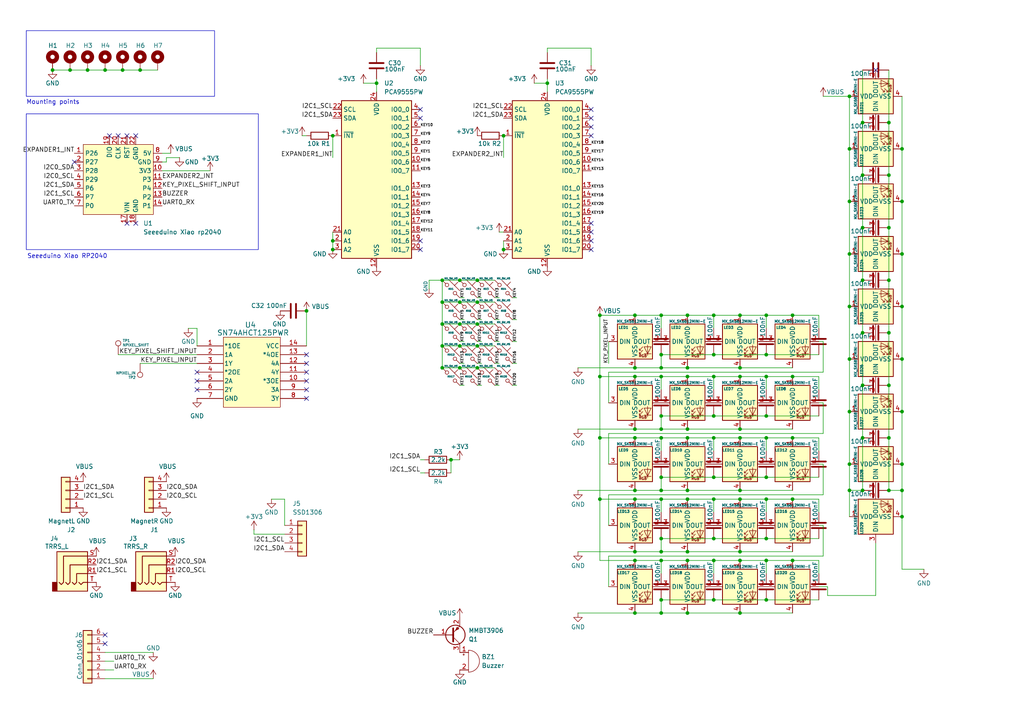
<source format=kicad_sch>
(kicad_sch (version 20231120) (generator "eeschema") (generator_version "8.0")
  (paper "A4")
  (junction (at 138.43 81.28))
  (junction (at 184.15 91.44))
  (junction (at 191.77 160.02))
  (junction (at 133.35 100.33))
  (junction (at 214.63 144.78))
  (junction (at 191.77 156.21))
  (junction (at 250.19 96.52))
  (junction (at 191.77 124.46))
  (junction (at 138.43 106.68))
  (junction (at 250.19 35.56))
  (junction (at 214.63 106.68))
  (junction (at 222.25 138.43))
  (junction (at 207.01 144.78))
  (junction (at 246.38 119.38))
  (junction (at 261.62 58.42))
  (junction (at 191.77 144.78))
  (junction (at 207.01 127))
  (junction (at 222.25 109.22))
  (junction (at 214.63 160.02))
  (junction (at 222.25 144.78))
  (junction (at 214.63 124.46))
  (junction (at 191.77 120.65))
  (junction (at 261.62 43.18))
  (junction (at 246.38 88.9))
  (junction (at 199.39 91.44))
  (junction (at 214.63 127))
  (junction (at 128.27 106.68))
  (junction (at 257.81 111.76))
  (junction (at 199.39 106.68))
  (junction (at 191.77 127))
  (junction (at 173.99 109.22))
  (junction (at 88.9 90.17))
  (junction (at 173.99 127))
  (junction (at 199.39 127))
  (junction (at 246.38 142.24))
  (junction (at 229.87 127))
  (junction (at 191.77 177.8))
  (junction (at 191.77 138.43))
  (junction (at 261.62 119.38))
  (junction (at 184.15 160.02))
  (junction (at 229.87 109.22))
  (junction (at 184.15 106.68))
  (junction (at 261.62 104.14))
  (junction (at 191.77 106.68))
  (junction (at 40.64 20.32))
  (junction (at 96.52 72.39))
  (junction (at 128.27 100.33))
  (junction (at 250.19 127))
  (junction (at 222.25 91.44))
  (junction (at 199.39 177.8))
  (junction (at 207.01 173.99))
  (junction (at 214.63 177.8))
  (junction (at 261.62 134.62))
  (junction (at 246.38 27.94))
  (junction (at 15.24 20.32))
  (junction (at 257.81 35.56))
  (junction (at 257.81 81.28))
  (junction (at 229.87 144.78))
  (junction (at 214.63 162.56))
  (junction (at 207.01 120.65))
  (junction (at 138.43 100.33))
  (junction (at 222.25 120.65))
  (junction (at 207.01 156.21))
  (junction (at 246.38 43.18))
  (junction (at 250.19 81.28))
  (junction (at 214.63 142.24))
  (junction (at 138.43 93.98))
  (junction (at 35.56 20.32))
  (junction (at 261.62 88.9))
  (junction (at 173.99 91.44))
  (junction (at 130.81 133.35))
  (junction (at 133.35 106.68))
  (junction (at 199.39 144.78))
  (junction (at 128.27 93.98))
  (junction (at 191.77 162.56))
  (junction (at 222.25 162.56))
  (junction (at 191.77 109.22))
  (junction (at 257.81 66.04))
  (junction (at 250.19 50.8))
  (junction (at 246.38 104.14))
  (junction (at 25.4 20.32))
  (junction (at 133.35 81.28))
  (junction (at 257.81 127))
  (junction (at 250.19 111.76))
  (junction (at 207.01 138.43))
  (junction (at 229.87 91.44))
  (junction (at 257.81 142.24))
  (junction (at 207.01 162.56))
  (junction (at 184.15 109.22))
  (junction (at 214.63 109.22))
  (junction (at 250.19 142.24))
  (junction (at 246.38 58.42))
  (junction (at 222.25 173.99))
  (junction (at 214.63 91.44))
  (junction (at 158.75 24.13))
  (junction (at 138.43 87.63))
  (junction (at 133.35 93.98))
  (junction (at 133.35 87.63))
  (junction (at 191.77 173.99))
  (junction (at 191.77 102.87))
  (junction (at 146.05 72.39))
  (junction (at 30.48 20.32))
  (junction (at 199.39 142.24))
  (junction (at 261.62 149.86))
  (junction (at 207.01 109.22))
  (junction (at 184.15 142.24))
  (junction (at 257.81 50.8))
  (junction (at 257.81 96.52))
  (junction (at 261.62 142.24))
  (junction (at 246.38 134.62))
  (junction (at 199.39 109.22))
  (junction (at 199.39 162.56))
  (junction (at 207.01 91.44))
  (junction (at 184.15 144.78))
  (junction (at 128.27 81.28))
  (junction (at 261.62 73.66))
  (junction (at 222.25 156.21))
  (junction (at 146.05 39.37))
  (junction (at 222.25 127))
  (junction (at 207.01 102.87))
  (junction (at 184.15 177.8))
  (junction (at 199.39 160.02))
  (junction (at 96.52 69.85))
  (junction (at 109.22 24.13))
  (junction (at 20.32 20.32))
  (junction (at 191.77 91.44))
  (junction (at 191.77 142.24))
  (junction (at 184.15 127))
  (junction (at 96.52 39.37))
  (junction (at 184.15 124.46))
  (junction (at 229.87 162.56))
  (junction (at 222.25 102.87))
  (junction (at 250.19 66.04))
  (junction (at 173.99 144.78))
  (junction (at 199.39 124.46))
  (junction (at 246.38 73.66))
  (junction (at 184.15 162.56))
  (junction (at 128.27 87.63))
  (no_connect (at 171.45 69.85))
  (no_connect (at 36.83 64.77))
  (no_connect (at 88.9 110.49))
  (no_connect (at 121.92 69.85))
  (no_connect (at 36.83 39.37))
  (no_connect (at 121.92 72.39))
  (no_connect (at 88.9 113.03))
  (no_connect (at 88.9 115.57))
  (no_connect (at 21.59 46.99))
  (no_connect (at 57.15 107.95))
  (no_connect (at 30.48 184.15))
  (no_connect (at 57.15 113.03))
  (no_connect (at 88.9 107.95))
  (no_connect (at 171.45 34.29))
  (no_connect (at 39.37 39.37))
  (no_connect (at 171.45 72.39))
  (no_connect (at 121.92 31.75))
  (no_connect (at 34.29 39.37))
  (no_connect (at 171.45 36.83))
  (no_connect (at 31.75 39.37))
  (no_connect (at 88.9 105.41))
  (no_connect (at 121.92 34.29))
  (no_connect (at 171.45 31.75))
  (no_connect (at 171.45 67.31))
  (no_connect (at 254 20.32))
  (no_connect (at 171.45 64.77))
  (no_connect (at 171.45 39.37))
  (no_connect (at 57.15 110.49))
  (no_connect (at 39.37 64.77))
  (no_connect (at 30.48 186.69))
  (no_connect (at 88.9 102.87))
  (wire (pts (xy 257.81 127) (xy 257.81 142.24)))
  (wire (pts (xy 158.75 13.97) (xy 158.75 15.24)))
  (wire (pts (xy 87.63 39.37) (xy 88.9 39.37)))
  (wire (pts (xy 199.39 160.02) (xy 214.63 160.02)))
  (wire (pts (xy 167.64 177.8) (xy 184.15 177.8)))
  (wire (pts (xy 237.49 166.37) (xy 237.49 162.56)))
  (wire (pts (xy 261.62 119.38) (xy 261.62 134.62)))
  (wire (pts (xy 139.7 105.41) (xy 138.43 105.41)))
  (wire (pts (xy 207.01 144.78) (xy 214.63 144.78)))
  (wire (pts (xy 207.01 120.65) (xy 222.25 120.65)))
  (wire (pts (xy 257.81 66.04) (xy 257.81 81.28)))
  (wire (pts (xy 173.99 109.22) (xy 184.15 109.22)))
  (wire (pts (xy 144.78 99.06) (xy 143.51 99.06)))
  (wire (pts (xy 138.43 81.28) (xy 143.51 81.28)))
  (wire (pts (xy 222.25 102.87) (xy 237.49 102.87)))
  (wire (pts (xy 191.77 91.44) (xy 184.15 91.44)))
  (wire (pts (xy 250.19 50.8) (xy 250.19 66.04)))
  (wire (pts (xy 191.77 156.21) (xy 207.01 156.21)))
  (wire (pts (xy 49.53 44.45) (xy 46.99 44.45)))
  (wire (pts (xy 246.38 88.9) (xy 246.38 104.14)))
  (wire (pts (xy 261.62 73.66) (xy 261.62 88.9)))
  (wire (pts (xy 149.86 99.06) (xy 148.59 99.06)))
  (wire (pts (xy 250.19 111.76) (xy 250.19 127)))
  (wire (pts (xy 246.38 43.18) (xy 246.38 58.42)))
  (wire (pts (xy 144.78 67.31) (xy 146.05 67.31)))
  (wire (pts (xy 207.01 127) (xy 199.39 127)))
  (wire (pts (xy 191.77 113.03) (xy 191.77 109.22)))
  (wire (pts (xy 173.99 91.44) (xy 173.99 109.22)))
  (wire (pts (xy 158.75 24.13) (xy 158.75 26.67)))
  (wire (pts (xy 238.76 143.51) (xy 238.76 134.62)))
  (wire (pts (xy 238.76 161.29) (xy 176.53 161.29)))
  (wire (pts (xy 146.05 39.37) (xy 146.05 45.72)))
  (wire (pts (xy 130.81 133.35) (xy 130.81 137.16)))
  (wire (pts (xy 40.64 20.32) (xy 45.72 20.32)))
  (wire (pts (xy 214.63 177.8) (xy 229.87 177.8)))
  (wire (pts (xy 134.62 86.36) (xy 133.35 86.36)))
  (wire (pts (xy 238.76 125.73) (xy 238.76 116.84)))
  (wire (pts (xy 96.52 69.85) (xy 96.52 72.39)))
  (wire (pts (xy 238.76 99.06) (xy 237.49 99.06)))
  (wire (pts (xy 191.77 130.81) (xy 191.77 127)))
  (wire (pts (xy 88.9 90.17) (xy 88.9 100.33)))
  (wire (pts (xy 207.01 173.99) (xy 222.25 173.99)))
  (wire (pts (xy 222.25 113.03) (xy 222.25 109.22)))
  (wire (pts (xy 222.25 148.59) (xy 222.25 144.78)))
  (wire (pts (xy 176.53 105.41) (xy 176.53 99.06)))
  (wire (pts (xy 15.24 20.32) (xy 20.32 20.32)))
  (wire (pts (xy 133.35 81.28) (xy 138.43 81.28)))
  (wire (pts (xy 25.4 20.32) (xy 30.48 20.32)))
  (wire (pts (xy 222.25 130.81) (xy 222.25 127)))
  (wire (pts (xy 60.96 49.53) (xy 46.99 49.53)))
  (wire (pts (xy 237.49 109.22) (xy 229.87 109.22)))
  (wire (pts (xy 176.53 143.51) (xy 176.53 152.4)))
  (wire (pts (xy 222.25 127) (xy 229.87 127)))
  (wire (pts (xy 128.27 81.28) (xy 124.46 81.28)))
  (wire (pts (xy 214.63 160.02) (xy 229.87 160.02)))
  (wire (pts (xy 214.63 142.24) (xy 229.87 142.24)))
  (wire (pts (xy 237.49 152.4) (xy 238.76 152.4)))
  (wire (pts (xy 257.81 81.28) (xy 257.81 96.52)))
  (wire (pts (xy 261.62 104.14) (xy 261.62 119.38)))
  (wire (pts (xy 191.77 95.25) (xy 191.77 91.44)))
  (wire (pts (xy 257.81 96.52) (xy 257.81 111.76)))
  (wire (pts (xy 109.22 24.13) (xy 109.22 26.67)))
  (wire (pts (xy 237.49 95.25) (xy 237.49 91.44)))
  (wire (pts (xy 176.53 107.95) (xy 176.53 116.84)))
  (wire (pts (xy 176.53 125.73) (xy 176.53 134.62)))
  (wire (pts (xy 246.38 27.94) (xy 246.38 43.18)))
  (wire (pts (xy 207.01 91.44) (xy 214.63 91.44)))
  (wire (pts (xy 207.01 144.78) (xy 199.39 144.78)))
  (wire (pts (xy 250.19 96.52) (xy 250.19 111.76)))
  (wire (pts (xy 173.99 127) (xy 173.99 144.78)))
  (wire (pts (xy 167.64 124.46) (xy 184.15 124.46)))
  (wire (pts (xy 173.99 109.22) (xy 173.99 127)))
  (wire (pts (xy 40.64 105.41) (xy 57.15 105.41)))
  (wire (pts (xy 222.25 109.22) (xy 214.63 109.22)))
  (wire (pts (xy 257.81 111.76) (xy 257.81 127)))
  (wire (pts (xy 191.77 109.22) (xy 184.15 109.22)))
  (wire (pts (xy 240.03 172.72) (xy 240.03 170.18)))
  (wire (pts (xy 207.01 95.25) (xy 207.01 91.44)))
  (wire (pts (xy 238.76 152.4) (xy 238.76 161.29)))
  (wire (pts (xy 121.92 137.16) (xy 123.19 137.16)))
  (wire (pts (xy 191.77 109.22) (xy 199.39 109.22)))
  (wire (pts (xy 82.55 144.78) (xy 78.74 144.78)))
  (wire (pts (xy 191.77 144.78) (xy 199.39 144.78)))
  (wire (pts (xy 82.55 154.94) (xy 73.66 154.94)))
  (wire (pts (xy 176.53 125.73) (xy 238.76 125.73)))
  (wire (pts (xy 128.27 87.63) (xy 133.35 87.63)))
  (wire (pts (xy 222.25 166.37) (xy 222.25 162.56)))
  (wire (pts (xy 128.27 87.63) (xy 128.27 93.98)))
  (wire (pts (xy 207.01 130.81) (xy 207.01 127)))
  (wire (pts (xy 34.29 102.87) (xy 57.15 102.87)))
  (wire (pts (xy 173.99 127) (xy 184.15 127)))
  (wire (pts (xy 176.53 107.95) (xy 238.76 107.95)))
  (wire (pts (xy 134.62 92.71) (xy 133.35 92.71)))
  (wire (pts (xy 246.38 104.14) (xy 246.38 119.38)))
  (wire (pts (xy 207.01 91.44) (xy 199.39 91.44)))
  (wire (pts (xy 133.35 87.63) (xy 138.43 87.63)))
  (wire (pts (xy 167.64 142.24) (xy 184.15 142.24)))
  (wire (pts (xy 191.77 142.24) (xy 199.39 142.24)))
  (wire (pts (xy 246.38 149.86) (xy 246.38 142.24)))
  (wire (pts (xy 222.25 138.43) (xy 237.49 138.43)))
  (wire (pts (xy 261.62 149.86) (xy 261.62 165.1)))
  (wire (pts (xy 184.15 124.46) (xy 191.77 124.46)))
  (wire (pts (xy 121.92 13.97) (xy 121.92 19.05)))
  (wire (pts (xy 30.48 20.32) (xy 35.56 20.32)))
  (wire (pts (xy 246.38 73.66) (xy 246.38 88.9)))
  (wire (pts (xy 173.99 91.44) (xy 184.15 91.44)))
  (wire (pts (xy 222.25 162.56) (xy 214.63 162.56)))
  (wire (pts (xy 48.26 45.72) (xy 48.26 46.99)))
  (wire (pts (xy 250.19 81.28) (xy 250.19 96.52)))
  (wire (pts (xy 146.05 69.85) (xy 146.05 72.39)))
  (wire (pts (xy 207.01 109.22) (xy 199.39 109.22)))
  (wire (pts (xy 261.62 27.94) (xy 261.62 43.18)))
  (wire (pts (xy 44.45 196.85) (xy 30.48 196.85)))
  (wire (pts (xy 237.49 116.84) (xy 238.76 116.84)))
  (wire (pts (xy 191.77 102.87) (xy 207.01 102.87)))
  (wire (pts (xy 222.25 144.78) (xy 214.63 144.78)))
  (wire (pts (xy 173.99 162.56) (xy 184.15 162.56)))
  (wire (pts (xy 222.25 91.44) (xy 214.63 91.44)))
  (wire (pts (xy 237.49 144.78) (xy 229.87 144.78)))
  (wire (pts (xy 191.77 162.56) (xy 199.39 162.56)))
  (wire (pts (xy 261.62 134.62) (xy 261.62 142.24)))
  (wire (pts (xy 154.94 24.13) (xy 158.75 24.13)))
  (wire (pts (xy 257.81 20.32) (xy 257.81 35.56)))
  (wire (pts (xy 222.25 91.44) (xy 229.87 91.44)))
  (wire (pts (xy 261.62 43.18) (xy 261.62 58.42)))
  (wire (pts (xy 261.62 58.42) (xy 261.62 73.66)))
  (wire (pts (xy 214.63 106.68) (xy 229.87 106.68)))
  (wire (pts (xy 133.35 106.68) (xy 138.43 106.68)))
  (wire (pts (xy 35.56 20.32) (xy 40.64 20.32)))
  (wire (pts (xy 144.78 105.41) (xy 143.51 105.41)))
  (wire (pts (xy 133.35 100.33) (xy 138.43 100.33)))
  (wire (pts (xy 176.53 143.51) (xy 238.76 143.51)))
  (wire (pts (xy 158.75 22.86) (xy 158.75 24.13)))
  (wire (pts (xy 48.26 46.99) (xy 46.99 46.99)))
  (wire (pts (xy 250.19 66.04) (xy 250.19 81.28)))
  (wire (pts (xy 257.81 50.8) (xy 257.81 66.04)))
  (wire (pts (xy 139.7 92.71) (xy 138.43 92.71)))
  (wire (pts (xy 238.76 134.62) (xy 237.49 134.62)))
  (wire (pts (xy 191.77 162.56) (xy 184.15 162.56)))
  (wire (pts (xy 191.77 166.37) (xy 191.77 162.56)))
  (wire (pts (xy 173.99 144.78) (xy 173.99 162.56)))
  (wire (pts (xy 207.01 162.56) (xy 199.39 162.56)))
  (wire (pts (xy 191.77 138.43) (xy 191.77 142.24)))
  (wire (pts (xy 191.77 106.68) (xy 199.39 106.68)))
  (wire (pts (xy 167.64 106.68) (xy 184.15 106.68)))
  (wire (pts (xy 254 172.72) (xy 240.03 172.72)))
  (wire (pts (xy 191.77 91.44) (xy 199.39 91.44)))
  (wire (pts (xy 184.15 177.8) (xy 191.77 177.8)))
  (wire (pts (xy 184.15 160.02) (xy 191.77 160.02)))
  (wire (pts (xy 191.77 177.8) (xy 199.39 177.8)))
  (wire (pts (xy 207.01 113.03) (xy 207.01 109.22)))
  (wire (pts (xy 128.27 106.68) (xy 133.35 106.68)))
  (wire (pts (xy 237.49 127) (xy 229.87 127)))
  (wire (pts (xy 139.7 86.36) (xy 138.43 86.36)))
  (wire (pts (xy 191.77 120.65) (xy 191.77 124.46)))
  (wire (pts (xy 149.86 111.76) (xy 148.59 111.76)))
  (wire (pts (xy 207.01 138.43) (xy 222.25 138.43)))
  (wire (pts (xy 250.19 20.32) (xy 250.19 35.56)))
  (wire (pts (xy 207.01 162.56) (xy 214.63 162.56)))
  (wire (pts (xy 73.66 154.94) (xy 73.66 153.67)))
  (wire (pts (xy 207.01 109.22) (xy 214.63 109.22)))
  (wire (pts (xy 133.35 133.35) (xy 130.81 133.35)))
  (wire (pts (xy 240.03 170.18) (xy 237.49 170.18)))
  (wire (pts (xy 191.77 173.99) (xy 207.01 173.99)))
  (wire (pts (xy 128.27 81.28) (xy 128.27 87.63)))
  (wire (pts (xy 237.49 130.81) (xy 237.49 127)))
  (wire (pts (xy 207.01 102.87) (xy 222.25 102.87)))
  (wire (pts (xy 57.15 95.25) (xy 54.61 95.25)))
  (wire (pts (xy 57.15 100.33) (xy 57.15 95.25)))
  (wire (pts (xy 144.78 92.71) (xy 143.51 92.71)))
  (wire (pts (xy 105.41 24.13) (xy 109.22 24.13)))
  (wire (pts (xy 149.86 92.71) (xy 148.59 92.71)))
  (wire (pts (xy 138.43 87.63) (xy 143.51 87.63)))
  (wire (pts (xy 199.39 142.24) (xy 214.63 142.24)))
  (wire (pts (xy 184.15 142.24) (xy 191.77 142.24)))
  (wire (pts (xy 207.01 127) (xy 214.63 127)))
  (wire (pts (xy 30.48 189.23) (xy 44.45 189.23)))
  (wire (pts (xy 191.77 144.78) (xy 184.15 144.78)))
  (wire (pts (xy 222.25 127) (xy 214.63 127)))
  (wire (pts (xy 238.76 27.94) (xy 246.38 27.94)))
  (wire (pts (xy 257.81 35.56) (xy 257.81 50.8)))
  (wire (pts (xy 207.01 148.59) (xy 207.01 144.78)))
  (wire (pts (xy 128.27 93.98) (xy 133.35 93.98)))
  (wire (pts (xy 191.77 124.46) (xy 199.39 124.46)))
  (wire (pts (xy 261.62 88.9) (xy 261.62 104.14)))
  (wire (pts (xy 139.7 111.76) (xy 138.43 111.76)))
  (wire (pts (xy 128.27 93.98) (xy 128.27 100.33)))
  (wire (pts (xy 134.62 99.06) (xy 133.35 99.06)))
  (wire (pts (xy 20.32 20.32) (xy 25.4 20.32)))
  (wire (pts (xy 237.49 91.44) (xy 229.87 91.44)))
  (wire (pts (xy 222.25 162.56) (xy 229.87 162.56)))
  (wire (pts (xy 121.92 133.35) (xy 123.19 133.35)))
  (wire (pts (xy 149.86 86.36) (xy 148.59 86.36)))
  (wire (pts (xy 128.27 81.28) (xy 133.35 81.28)))
  (wire (pts (xy 33.02 194.31) (xy 30.48 194.31)))
  (wire (pts (xy 199.39 106.68) (xy 214.63 106.68)))
  (wire (pts (xy 96.52 39.37) (xy 96.52 45.72)))
  (wire (pts (xy 139.7 99.06) (xy 138.43 99.06)))
  (wire (pts (xy 214.63 124.46) (xy 229.87 124.46)))
  (wire (pts (xy 257.81 142.24) (xy 261.62 142.24)))
  (wire (pts (xy 109.22 22.86) (xy 109.22 24.13)))
  (wire (pts (xy 184.15 106.68) (xy 191.77 106.68)))
  (wire (pts (xy 267.97 165.1) (xy 261.62 165.1)))
  (wire (pts (xy 222.25 144.78) (xy 229.87 144.78)))
  (wire (pts (xy 96.52 67.31) (xy 96.52 69.85)))
  (wire (pts (xy 191.77 138.43) (xy 207.01 138.43)))
  (wire (pts (xy 138.43 93.98) (xy 143.51 93.98)))
  (wire (pts (xy 222.25 109.22) (xy 229.87 109.22)))
  (wire (pts (xy 144.78 86.36) (xy 143.51 86.36)))
  (wire (pts (xy 191.77 102.87) (xy 191.77 106.68)))
  (wire (pts (xy 138.43 100.33) (xy 143.51 100.33)))
  (wire (pts (xy 199.39 124.46) (xy 214.63 124.46)))
  (wire (pts (xy 158.75 13.97) (xy 171.45 13.97)))
  (wire (pts (xy 250.19 127) (xy 250.19 142.24)))
  (wire (pts (xy 48.26 45.72) (xy 52.07 45.72)))
  (wire (pts (xy 222.25 120.65) (xy 237.49 120.65)))
  (wire (pts (xy 109.22 13.97) (xy 109.22 15.24)))
  (wire (pts (xy 250.19 142.24) (xy 246.38 142.24)))
  (wire (pts (xy 33.02 191.77) (xy 30.48 191.77)))
  (wire (pts (xy 191.77 127) (xy 199.39 127)))
  (wire (pts (xy 237.49 148.59) (xy 237.49 144.78)))
  (wire (pts (xy 176.53 161.29) (xy 176.53 170.18)))
  (wire (pts (xy 191.77 127) (xy 184.15 127)))
  (wire (pts (xy 171.45 13.97) (xy 171.45 19.05)))
  (wire (pts (xy 82.55 144.78) (xy 82.55 152.4)))
  (wire (pts (xy 133.35 93.98) (xy 138.43 93.98)))
  (wire (pts (xy 207.01 166.37) (xy 207.01 162.56)))
  (wire (pts (xy 138.43 106.68) (xy 143.51 106.68)))
  (wire (pts (xy 238.76 107.95) (xy 238.76 99.06)))
  (wire (pts (xy 191.77 160.02) (xy 199.39 160.02)))
  (wire (pts (xy 167.64 160.02) (xy 184.15 160.02)))
  (wire (pts (xy 191.77 148.59) (xy 191.77 144.78)))
  (wire (pts (xy 134.62 111.76) (xy 133.35 111.76)))
  (wire (pts (xy 237.49 113.03) (xy 237.49 109.22)))
  (wire (pts (xy 134.62 105.41) (xy 133.35 105.41)))
  (wire (pts (xy 128.27 100.33) (xy 133.35 100.33)))
  (wire (pts (xy 250.19 35.56) (xy 250.19 50.8)))
  (wire (pts (xy 199.39 177.8) (xy 214.63 177.8)))
  (wire (pts (xy 109.22 13.97) (xy 121.92 13.97)))
  (wire (pts (xy 254 157.48) (xy 254 172.72)))
  (wire (pts (xy 246.38 134.62) (xy 246.38 142.24)))
  (wire (pts (xy 261.62 142.24) (xy 261.62 149.86)))
  (wire (pts (xy 173.99 144.78) (xy 184.15 144.78)))
  (wire (pts (xy 237.49 162.56) (xy 229.87 162.56)))
  (wire (pts (xy 207.01 156.21) (xy 222.25 156.21)))
  (wire (pts (xy 246.38 58.42) (xy 246.38 73.66)))
  (wire (pts (xy 222.25 173.99) (xy 237.49 173.99)))
  (wire (pts (xy 128.27 100.33) (xy 128.27 106.68)))
  (wire (pts (xy 124.46 81.28) (xy 124.46 83.82)))
  (wire (pts (xy 149.86 105.41) (xy 148.59 105.41)))
  (wire (pts (xy 222.25 95.25) (xy 222.25 91.44)))
  (wire (pts (xy 191.77 156.21) (xy 191.77 160.02)))
  (wire (pts (xy 246.38 119.38) (xy 246.38 134.62)))
  (wire (pts (xy 144.78 111.76) (xy 143.51 111.76)))
  (wire (pts (xy 222.25 156.21) (xy 237.49 156.21)))
  (wire (pts (xy 191.77 173.99) (xy 191.77 177.8)))
  (wire (pts (xy 191.77 120.65) (xy 207.01 120.65)))
  (rectangle (start 7.62 33.02) (end 74.93 72.39))
  (rectangle (start 7.62 8.89) (end 62.23 27.94))
  (text "Seeeduino Xiao RP2040" (at 7.874 74.422 0) (effects (font (size 1.27 1.27)) (justify left)))
  (text "Mounting points" (at 7.62 29.718 0) (effects (font (size 1.27 1.27)) (justify left)))
  (label "KEY_PIXEL_SHIFT_INPUT" (at 46.99 54.61 0))
  (label "EXPANDER1_INT" (at 21.59 44.45 180))
  (label "KEY11" (at 121.92 67.31 0) (effects (font (size 0.75 0.75))))
  (label "KEY_PIXEL_INPUT" (at 57.15 105.41 180))
  (label "KEY2" (at 139.7 86.36 90) (effects (font (size 0.75 0.75))))
  (label "KEY8" (at 149.86 92.71 90) (effects (font (size 0.75 0.75))))
  (label "I2C1_SDA" (at 24.13 142.24 0))
  (label "KEY15" (at 171.45 54.61 0) (effects (font (size 0.75 0.75))))
  (label "I2C1_SCL" (at 146.05 31.75 180))
  (label "I2C0_SDA" (at 21.59 49.53 180))
  (label "I2C1_SCL" (at 24.13 144.78 0))
  (label "BUZZER" (at 125.73 184.15 180))
  (label "KEY17" (at 171.45 44.45 0) (effects (font (size 0.75 0.75))))
  (label "KEY12" (at 149.86 99.06 90) (effects (font (size 0.75 0.75))))
  (label "I2C1_SCL" (at 21.59 57.15 180))
  (label "BUZZER" (at 46.99 57.15 0))
  (label "UART0_RX" (at 33.02 194.31 0))
  (label "KEY13" (at 171.45 49.53 0) (effects (font (size 0.75 0.75))))
  (label "KEY1" (at 134.62 86.36 90) (effects (font (size 0.75 0.75))))
  (label "I2C1_SCL" (at 27.94 166.37 0))
  (label "I2C1_SDA" (at 146.05 34.29 180))
  (label "I2C0_SCL" (at 48.26 144.78 0))
  (label "KEY19" (at 171.45 62.23 0) (effects (font (size 0.75 0.75))))
  (label "KEY5" (at 121.92 49.53 0) (effects (font (size 0.75 0.75))))
  (label "KEY18" (at 171.45 41.91 0) (effects (font (size 0.75 0.75))))
  (label "UART0_TX" (at 21.59 59.69 180))
  (label "KEY14" (at 171.45 46.99 0) (effects (font (size 0.75 0.75))))
  (label "EXPANDER2_INT" (at 146.05 45.72 180))
  (label "KEY_PIXEL_INPUT" (at 176.53 105.41 90) (effects (font (size 1 1))))
  (label "I2C1_SCL" (at 121.92 137.16 180))
  (label "KEY11" (at 144.78 99.06 90) (effects (font (size 0.75 0.75))))
  (label "KEY20" (at 149.86 111.76 90) (effects (font (size 0.75 0.75))))
  (label "KEY18" (at 139.7 111.76 90) (effects (font (size 0.75 0.75))))
  (label "KEY7" (at 144.78 92.71 90) (effects (font (size 0.75 0.75))))
  (label "KEY15" (at 144.78 105.41 90) (effects (font (size 0.75 0.75))))
  (label "KEY3" (at 144.78 86.36 90) (effects (font (size 0.75 0.75))))
  (label "KEY16" (at 171.45 57.15 0) (effects (font (size 0.75 0.75))))
  (label "I2C1_SCL" (at 96.52 31.75 180))
  (label "KEY3" (at 121.92 54.61 0) (effects (font (size 0.75 0.75))))
  (label "KEY2" (at 121.92 41.91 0) (effects (font (size 0.75 0.75))))
  (label "I2C1_SDA" (at 121.92 133.35 180))
  (label "KEY19" (at 144.78 111.76 90) (effects (font (size 0.75 0.75))))
  (label "UART0_TX" (at 33.02 191.77 0))
  (label "UART0_RX" (at 46.99 59.69 0))
  (label "EXPANDER2_INT" (at 46.99 52.07 0))
  (label "KEY17" (at 134.62 111.76 90) (effects (font (size 0.75 0.75))))
  (label "I2C1_SDA" (at 27.94 163.83 0))
  (label "I2C0_SCL" (at 50.8 166.37 0))
  (label "KEY10" (at 121.92 36.83 0) (effects (font (size 0.75 0.75))))
  (label "KEY7" (at 121.92 59.69 0) (effects (font (size 0.75 0.75))))
  (label "KEY6" (at 121.92 46.99 0) (effects (font (size 0.75 0.75))))
  (label "KEY12" (at 121.92 64.77 0) (effects (font (size 0.75 0.75))))
  (label "KEY20" (at 171.45 59.69 0) (effects (font (size 0.75 0.75))))
  (label "KEY8" (at 121.92 62.23 0) (effects (font (size 0.75 0.75))))
  (label "I2C0_SDA" (at 48.26 142.24 0))
  (label "KEY13" (at 134.62 105.41 90) (effects (font (size 0.75 0.75))))
  (label "KEY16" (at 149.86 105.41 90) (effects (font (size 0.75 0.75))))
  (label "KEY6" (at 139.7 92.71 90) (effects (font (size 0.75 0.75))))
  (label "I2C1_SDA" (at 82.55 160.02 180))
  (label "KEY_PIXEL_SHIFT_INPUT" (at 57.15 102.87 180))
  (label "KEY4" (at 121.92 57.15 0) (effects (font (size 0.75 0.75))))
  (label "KEY10" (at 139.7 99.06 90) (effects (font (size 0.75 0.75))))
  (label "KEY4" (at 149.86 86.36 90) (effects (font (size 0.75 0.75))))
  (label "I2C1_SDA" (at 21.59 54.61 180))
  (label "I2C0_SCL" (at 21.59 52.07 180))
  (label "EXPANDER1_INT" (at 96.52 45.72 180))
  (label "KEY14" (at 139.7 105.41 90) (effects (font (size 0.75 0.75))))
  (label "KEY5" (at 134.62 92.71 90) (effects (font (size 0.75 0.75))))
  (label "I2C1_SCL" (at 82.55 157.48 180))
  (label "KEY9" (at 121.92 39.37 0) (effects (font (size 0.75 0.75))))
  (label "I2C1_SDA" (at 96.52 34.29 180))
  (label "KEY1" (at 121.92 44.45 0) (effects (font (size 0.75 0.75))))
  (label "KEY9" (at 134.62 99.06 90) (effects (font (size 0.75 0.75))))
  (label "I2C0_SDA" (at 50.8 163.83 0))
  (symbol (lib_id "PCM_marbastlib-mx:MX_SW_HS_CPG151101S11") (at 130.81 96.52 0) (unit 1)
    (property "Reference" "MX9" (at 130.81 96.52 0) (effects (font (size 0.5 0.5))))
    (property "Value" "MX_SW_HS" (at 130.81 93.472 0) (effects (font (size 0.5 0.5))))
    (property "Footprint" "CustomFootprints:SW_choc_mx_combined" (effects (hide yes)))
    (property "Description" "Push button switch, normally open, two pins, 45° tilted, Kailh CPG151101S11 for Cherry MX style switches" (effects (hide yes)))
  )
  (symbol (lib_id "PCM_marbastlib-mx:MX_SK6812MINI-E") (at 229.87 152.4 0) (unit 1)
    (property "Reference" "LED16" (at 226.568 148.336 0) (effects (font (size 0.75 0.75))))
    (property "Value" "MX_SK6812MINI-E" (at 229.87 146.558 0) (effects (font (size 0.75 0.75))))
    (property "Footprint" "CustomFootprints:LED_MX_6028R-ROT_Custom" (effects (hide yes)))
  )
  (symbol (lib_id "Device:C") (at 254 111.76 270) (unit 1)
    (property "Reference" "C27" (effects (hide yes)))
    (property "Value" "100nF" (at 252.73 112.776 90) (effects (justify right)))
    (property "Footprint" "Capacitor_SMD:C_0603_1608Metric_Pad1.08x0.95mm_HandSolder" (effects (hide yes)))
    (property "Description" "Unpolarized capacitor" (effects (hide yes)))
  )
  (symbol (lib_id "CustomSymbols:SN74AHCT125PWR") (at 57.15 100.33 0) (unit 1)
    (property "Reference" "U4" (at 72.644 94.234 0) (effects (font (size 1.524 1.524))))
    (property "Value" "SN74AHCT125PWR" (at 73.406 96.52 0) (effects (font (size 1.524 1.524))))
    (property "Footprint" "CustomFootprints:SN74AHCT125PWR" (effects (hide yes)))
    (property "Datasheet" "SN74AHCT125PWR" (effects (hide yes)))
  )
  (symbol (lib_id "Device:C") (at 254 66.04 270) (unit 1)
    (property "Reference" "C24" (effects (hide yes)))
    (property "Value" "100nF" (at 252.73 67.056 90) (effects (justify right)))
    (property "Footprint" "Capacitor_SMD:C_0603_1608Metric_Pad1.08x0.95mm_HandSolder" (effects (hide yes)))
    (property "Description" "Unpolarized capacitor" (effects (hide yes)))
  )
  (symbol (lib_id "power:+3V3") (at 87.63 39.37 0) (unit 1)
    (property "Reference" "#PWR06" (effects (hide yes)))
    (property "Value" "+3V3" (at 84.074 38.1 0))
    (property "Description" "Power symbol creates a global label with name \"+3V3\"" (effects (hide yes)))
  )
  (symbol (lib_id "power:GND") (at 50.8 168.91 0) (unit 1)
    (property "Reference" "#PWR036" (effects (hide yes)))
    (property "Value" "GND" (at 50.8 172.72 0))
  )
  (symbol (lib_id "Device:C") (at 222.25 116.84 180) (unit 1)
    (property "Reference" "C7" (effects (hide yes)))
    (property "Value" "100nF" (at 221.234 115.57 90) (effects (justify right)))
    (property "Footprint" "Capacitor_SMD:C_0603_1608Metric_Pad1.08x0.95mm_HandSolder" (effects (hide yes)))
    (property "Description" "Unpolarized capacitor" (effects (hide yes)))
  )
  (symbol (lib_id "Connector_Generic:Conn_01x06") (at 25.4 191.77 180) (unit 1)
    (property "Reference" "J6" (at 22.86 184.15 0))
    (property "Value" "Conn_01x06" (at 23.114 191.262 90))
    (property "Footprint" "Connector_PinHeader_2.54mm:PinHeader_1x06_P2.54mm_Vertical" (effects (hide yes)))
    (property "Description" "Generic connector, single row, 01x06, script generated (kicad-library-utils/schlib/autogen/connector/)" (effects (hide yes)))
  )
  (symbol (lib_id "Mechanical:MountingHole_Pad") (at 20.32 17.78 0) (unit 1)
    (property "Reference" "H2" (at 19.05 13.208 0) (effects (justify left)))
    (property "Value" "MountingHole_Pad" (effects (hide yes)))
    (property "Footprint" "MountingHole:MountingHole_3.2mm_M3_Pad_TopBottom" (effects (hide yes)))
    (property "Description" "Mounting Hole with connection" (effects (hide yes)))
  )
  (symbol (lib_id "PCM_marbastlib-mx:MX_SW_HS_CPG151101S11") (at 130.81 90.17 0) (unit 1)
    (property "Reference" "MX5" (at 130.81 90.17 0) (effects (font (size 0.5 0.5))))
    (property "Value" "MX_SW_HS" (at 130.81 87.122 0) (effects (font (size 0.5 0.5))))
    (property "Footprint" "CustomFootprints:SW_choc_mx_combined" (effects (hide yes)))
    (property "Description" "Push button switch, normally open, two pins, 45° tilted, Kailh CPG151101S11 for Cherry MX style switches" (effects (hide yes)))
  )
  (symbol (lib_id "PCM_marbastlib-mx:MX_SK6812MINI-E") (at 214.63 134.62 0) (unit 1)
    (property "Reference" "LED11" (at 211.328 130.556 0) (effects (font (size 0.75 0.75))))
    (property "Value" "MX_SK6812MINI-E" (at 214.63 128.778 0) (effects (font (size 0.75 0.75))))
    (property "Footprint" "CustomFootprints:LED_MX_6028R-ROT_Custom" (effects (hide yes)))
  )
  (symbol (lib_id "Mechanical:MountingHole_Pad") (at 25.4 17.78 0) (unit 1)
    (property "Reference" "H3" (at 24.13 13.208 0) (effects (justify left)))
    (property "Value" "MountingHole_Pad" (effects (hide yes)))
    (property "Footprint" "MountingHole:MountingHole_3.2mm_M3_Pad_TopBottom" (effects (hide yes)))
    (property "Description" "Mounting Hole with connection" (effects (hide yes)))
  )
  (symbol (lib_id "power:GND") (at 81.28 90.17 0) (unit 1)
    (property "Reference" "#PWR043" (effects (hide yes)))
    (property "Value" "GND" (at 81.026 93.98 0))
    (property "Description" "Power symbol creates a global label with name \"GND\" , ground" (effects (hide yes)))
  )
  (symbol (lib_id "Device:C") (at 207.01 99.06 180) (unit 1)
    (property "Reference" "C2" (effects (hide yes)))
    (property "Value" "100nF" (at 205.994 97.79 90) (effects (justify right)))
    (property "Footprint" "Capacitor_SMD:C_0603_1608Metric_Pad1.08x0.95mm_HandSolder" (effects (hide yes)))
    (property "Description" "Unpolarized capacitor" (effects (hide yes)))
  )
  (symbol (lib_id "Mechanical:MountingHole_Pad") (at 15.24 17.78 0) (unit 1)
    (property "Reference" "H1" (at 13.97 13.208 0) (effects (justify left)))
    (property "Value" "MountingHole_Pad" (effects (hide yes)))
    (property "Footprint" "MountingHole:MountingHole_3.2mm_M3_Pad_TopBottom" (effects (hide yes)))
    (property "Description" "Mounting Hole with connection" (effects (hide yes)))
  )
  (symbol (lib_id "PCM_marbastlib-mx:MX_SW_HS_CPG151101S11") (at 135.89 83.82 0) (unit 1)
    (property "Reference" "MX2" (at 135.89 83.82 0) (effects (font (size 0.5 0.5))))
    (property "Value" "MX_SW_HS" (at 135.89 80.772 0) (effects (font (size 0.5 0.5))))
    (property "Footprint" "CustomFootprints:SW_choc_mx_combined" (effects (hide yes)))
    (property "Description" "Push button switch, normally open, two pins, 45° tilted, Kailh CPG151101S11 for Cherry MX style switches" (effects (hide yes)))
  )
  (symbol (lib_id "PCM_marbastlib-promicroish:Seeeduino_Xiao_rp2040") (at 34.29 52.07 0) (unit 1) (in_bom no)
    (property "Reference" "U1" (at 41.5641 64.77 0) (effects (justify left)))
    (property "Value" "Seeeduino Xiao rp2040" (at 41.5641 67.31 0) (effects (justify left)))
    (property "Footprint" "CustomFootprints:Xiao_rp2040_AC_Reflow_Custom" (effects (hide yes)))
    (property "Description" "Symbol for a Seeeduino Xiao rp2040" (effects (hide yes)))
  )
  (symbol (lib_id "Device:C") (at 109.22 19.05 180) (unit 1)
    (property "Reference" "C30" (at 112.522 18.288 0) (effects (justify right)))
    (property "Value" "100nF" (at 111.506 20.066 0) (effects (justify right)))
    (property "Footprint" "Capacitor_SMD:C_0603_1608Metric_Pad1.08x0.95mm_HandSolder" (effects (hide yes)))
    (property "Description" "Unpolarized capacitor" (effects (hide yes)))
  )
  (symbol (lib_id "PCM_marbastlib-mx:MX_SK6812MINI-E") (at 184.15 116.84 0) (unit 1)
    (property "Reference" "LED5" (at 180.848 112.776 0) (effects (font (size 0.75 0.75))))
    (property "Value" "MX_SK6812MINI-E" (at 184.15 110.998 0) (effects (font (size 0.75 0.75))))
    (property "Footprint" "CustomFootprints:LED_MX_6028R-ROT_Custom" (effects (hide yes)))
  )
  (symbol (lib_id "power:+3V3") (at 138.43 39.37 0) (unit 1)
    (property "Reference" "#PWR07" (effects (hide yes)))
    (property "Value" "+3V3" (at 134.874 38.1 0))
    (property "Description" "Power symbol creates a global label with name \"+3V3\"" (effects (hide yes)))
  )
  (symbol (lib_id "PCM_marbastlib-mx:MX_SK6812MINI-E") (at 184.15 99.06 0) (unit 1)
    (property "Reference" "LED1" (at 180.848 94.996 0) (effects (font (size 0.75 0.75))))
    (property "Value" "MX_SK6812MINI-E" (at 184.15 93.218 0) (effects (font (size 0.75 0.75))))
    (property "Footprint" "CustomFootprints:LED_MX_6028R-ROT_Custom" (effects (hide yes)))
  )
  (symbol (lib_id "power:GND") (at 15.24 20.32 0) (unit 1)
    (property "Reference" "#PWR03" (effects (hide yes)))
    (property "Value" "GND" (at 15.24 24.13 0))
  )
  (symbol (lib_id "power:+3V3") (at 154.94 24.13 0) (unit 1)
    (property "Reference" "#PWR05" (effects (hide yes)))
    (property "Value" "+3V3" (at 147.32 22.86 0) (effects (justify left)))
  )
  (symbol (lib_id "PCM_marbastlib-mx:MX_SK6812MINI-E") (at 254 58.42 90) (unit 1)
    (property "Reference" "LED23" (at 249.936 61.722 0) (effects (font (size 0.75 0.75))))
    (property "Value" "MX_SK6812MINI-E" (at 248.158 58.42 0) (effects (font (size 0.75 0.75))))
    (property "Footprint" "CustomFootprints:LED_6028R_Custom" (effects (hide yes)))
  )
  (symbol (lib_id "Connector:TestPoint") (at 34.29 102.87 0) (unit 1)
    (property "Reference" "TP1" (at 35.56 98.806 0) (effects (font (size 0.75 0.75)) (justify left)))
    (property "Value" "NPIXEL_SHIFT" (at 35.56 100.076 0) (effects (font (size 0.75 0.75)) (justify left)))
    (property "Footprint" "TestPoint:TestPoint_Pad_1.0x1.0mm" (effects (hide yes)))
    (property "Description" "test point" (effects (hide yes)))
  )
  (symbol (lib_id "power:+3V3") (at 144.78 67.31 0) (unit 1)
    (property "Reference" "#PWR011" (effects (hide yes)))
    (property "Value" "+3V3" (at 140.462 66.04 0))
  )
  (symbol (lib_id "power:VBUS") (at 27.94 161.29 0) (unit 1)
    (property "Reference" "#PWR033" (effects (hide yes)))
    (property "Value" "VBUS" (at 28.321 156.8958 0))
  )
  (symbol (lib_id "PCM_marbastlib-mx:MX_SK6812MINI-E") (at 254 149.86 90) (unit 1)
    (property "Reference" "LED29" (at 249.936 153.162 0) (effects (font (size 0.75 0.75))))
    (property "Value" "MX_SK6812MINI-E" (at 248.158 149.86 0) (effects (font (size 0.75 0.75))))
    (property "Footprint" "CustomFootprints:LED_6028R_Custom" (effects (hide yes)))
  )
  (symbol (lib_id "PCM_marbastlib-mx:MX_SW_HS_CPG151101S11") (at 135.89 96.52 0) (unit 1)
    (property "Reference" "MX10" (at 135.89 96.52 0) (effects (font (size 0.5 0.5))))
    (property "Value" "MX_SW_HS" (at 135.89 93.472 0) (effects (font (size 0.5 0.5))))
    (property "Footprint" "CustomFootprints:SW_choc_mx_combined" (effects (hide yes)))
    (property "Description" "Push button switch, normally open, two pins, 45° tilted, Kailh CPG151101S11 for Cherry MX style switches" (effects (hide yes)))
  )
  (symbol (lib_id "Device:C") (at 237.49 99.06 180) (unit 1)
    (property "Reference" "C4" (effects (hide yes)))
    (property "Value" "100nF" (at 236.474 97.79 90) (effects (justify right)))
    (property "Footprint" "Capacitor_SMD:C_0603_1608Metric_Pad1.08x0.95mm_HandSolder" (effects (hide yes)))
    (property "Description" "Unpolarized capacitor" (effects (hide yes)))
  )
  (symbol (lib_id "PCM_marbastlib-mx:MX_SK6812MINI-E") (at 254 104.14 90) (unit 1)
    (property "Reference" "LED26" (at 249.936 107.442 0) (effects (font (size 0.75 0.75))))
    (property "Value" "MX_SK6812MINI-E" (at 248.158 104.14 0) (effects (font (size 0.75 0.75))))
    (property "Footprint" "CustomFootprints:LED_6028R_Custom" (effects (hide yes)))
  )
  (symbol (lib_id "power:GND") (at 24.13 147.32 0) (unit 1)
    (property "Reference" "#PWR029" (effects (hide yes)))
    (property "Value" "GND" (at 24.13 151.13 0))
  )
  (symbol (lib_id "power:GND") (at 167.64 124.46 0) (unit 1)
    (property "Reference" "#PWR024" (effects (hide yes)))
    (property "Value" "GND" (at 167.64 128.524 0))
  )
  (symbol (lib_id "PCM_marbastlib-mx:MX_SK6812MINI-E") (at 214.63 116.84 0) (unit 1)
    (property "Reference" "LED7" (at 211.328 112.776 0) (effects (font (size 0.75 0.75))))
    (property "Value" "MX_SK6812MINI-E" (at 214.63 110.998 0) (effects (font (size 0.75 0.75))))
    (property "Footprint" "CustomFootprints:LED_MX_6028R-ROT_Custom" (effects (hide yes)))
  )
  (symbol (lib_id "power:GND") (at 171.45 19.05 0) (unit 1)
    (property "Reference" "#PWR02" (effects (hide yes)))
    (property "Value" "GND" (at 171.45 22.86 0))
  )
  (symbol (lib_id "power:GND") (at 121.92 19.05 0) (unit 1)
    (property "Reference" "#PWR01" (effects (hide yes)))
    (property "Value" "GND" (at 121.92 22.86 0))
  )
  (symbol (lib_id "Device:R") (at 127 133.35 270) (unit 1)
    (property "Reference" "R3" (at 125.73 131.064 90) (effects (justify left)))
    (property "Value" "2.2k" (at 124.968 133.35 90) (effects (justify left)))
    (property "Footprint" "Resistor_SMD:R_0603_1608Metric_Pad0.98x0.95mm_HandSolder" (effects (hide yes)))
    (property "Description" "Resistor" (effects (hide yes)))
  )
  (symbol (lib_id "Transistor_BJT:MMBT3906") (at 130.81 184.15 0) (mirror x) (unit 1)
    (property "Reference" "Q1" (at 135.89 185.4201 0) (effects (justify left)))
    (property "Value" "MMBT3906" (at 135.89 182.8801 0) (effects (justify left)))
    (property "Footprint" "Package_TO_SOT_SMD:SOT-23" (effects (hide yes)))
    (property "Datasheet" "https://www.onsemi.com/pdf/datasheet/pzt3906-d.pdf" (effects (hide yes)))
    (property "Description" "-0.2A Ic, -40V Vce, Small Signal PNP Transistor, SOT-23" (effects (hide yes)))
  )
  (symbol (lib_id "PCM_marbastlib-mx:MX_SW_HS_CPG151101S11") (at 135.89 102.87 0) (unit 1)
    (property "Reference" "MX14" (at 135.89 102.87 0) (effects (font (size 0.5 0.5))))
    (property "Value" "MX_SW_HS" (at 135.89 99.822 0) (effects (font (size 0.5 0.5))))
    (property "Footprint" "CustomFootprints:SW_choc_mx_combined" (effects (hide yes)))
    (property "Description" "Push button switch, normally open, two pins, 45° tilted, Kailh CPG151101S11 for Cherry MX style switches" (effects (hide yes)))
  )
  (symbol (lib_id "PCM_marbastlib-mx:MX_SK6812MINI-E") (at 229.87 116.84 0) (unit 1)
    (property "Reference" "LED8" (at 226.568 112.776 0) (effects (font (size 0.75 0.75))))
    (property "Value" "MX_SK6812MINI-E" (at 229.87 110.998 0) (effects (font (size 0.75 0.75))))
    (property "Footprint" "CustomFootprints:LED_MX_6028R-ROT_Custom" (effects (hide yes)))
  )
  (symbol (lib_id "PCM_marbastlib-mx:MX_SK6812MINI-E") (at 254 27.94 90) (unit 1)
    (property "Reference" "LED21" (at 249.936 31.242 0) (effects (font (size 0.75 0.75))))
    (property "Value" "MX_SK6812MINI-E" (at 248.158 27.94 0) (effects (font (size 0.75 0.75))))
    (property "Footprint" "CustomFootprints:LED_6028R_Custom" (effects (hide yes)))
  )
  (symbol (lib_id "Device:Buzzer") (at 135.89 191.77 0) (unit 1)
    (property "Reference" "BZ1" (at 139.7 190.4999 0) (effects (justify left)))
    (property "Value" "Buzzer" (at 139.7 193.0399 0) (effects (justify left)))
    (property "Footprint" "Buzzer_Beeper:MagneticBuzzer_CUI_CMT-8504-100-SMT" (effects (hide yes)))
    (property "Description" "Buzzer, polarized" (effects (hide yes)))
  )
  (symbol (lib_id "PCM_marbastlib-mx:MX_SW_HS_CPG151101S11") (at 130.81 109.22 0) (unit 1)
    (property "Reference" "MX17" (at 130.81 109.22 0) (effects (font (size 0.5 0.5))))
    (property "Value" "MX_SW_HS" (at 130.81 106.172 0) (effects (font (size 0.5 0.5))))
    (property "Footprint" "CustomFootprints:SW_choc_mx_combined" (effects (hide yes)))
    (property "Description" "Push button switch, normally open, two pins, 45° tilted, Kailh CPG151101S11 for Cherry MX style switches" (effects (hide yes)))
  )
  (symbol (lib_id "Connector_Generic:Conn_01x04") (at 19.05 144.78 180) (unit 1)
    (property "Reference" "J2" (at 21.844 153.67 0) (effects (justify left)))
    (property "Value" "MagnetL" (at 21.844 151.13 0) (effects (justify left)))
    (property "Footprint" "CustomFootprints:5358_mag_connector_1x4_pins" (effects (hide yes)))
  )
  (symbol (lib_id "PCM_marbastlib-mx:MX_SK6812MINI-E") (at 214.63 99.06 0) (unit 1)
    (property "Reference" "LED3" (at 211.328 94.996 0) (effects (font (size 0.75 0.75))))
    (property "Value" "MX_SK6812MINI-E" (at 214.63 93.218 0) (effects (font (size 0.75 0.75))))
    (property "Footprint" "CustomFootprints:LED_MX_6028R-ROT_Custom" (effects (hide yes)))
  )
  (symbol (lib_id "PCM_marbastlib-mx:MX_SW_HS_CPG151101S11") (at 146.05 109.22 0) (unit 1)
    (property "Reference" "MX20" (at 146.05 109.22 0) (effects (font (size 0.5 0.5))))
    (property "Value" "MX_SW_HS" (at 146.05 106.172 0) (effects (font (size 0.5 0.5))))
    (property "Footprint" "CustomFootprints:SW_choc_mx_combined" (effects (hide yes)))
    (property "Description" "Push button switch, normally open, two pins, 45° tilted, Kailh CPG151101S11 for Cherry MX style switches" (effects (hide yes)))
  )
  (symbol (lib_id "Device:C") (at 237.49 170.18 180) (unit 1)
    (property "Reference" "C20" (effects (hide yes)))
    (property "Value" "100nF" (at 236.474 168.91 90) (effects (justify right)))
    (property "Footprint" "Capacitor_SMD:C_0603_1608Metric_Pad1.08x0.95mm_HandSolder" (effects (hide yes)))
    (property "Description" "Unpolarized capacitor" (effects (hide yes)))
  )
  (symbol (lib_id "Device:C") (at 191.77 134.62 180) (unit 1)
    (property "Reference" "C9" (effects (hide yes)))
    (property "Value" "100nF" (at 190.754 133.35 90) (effects (justify right)))
    (property "Footprint" "Capacitor_SMD:C_0603_1608Metric_Pad1.08x0.95mm_HandSolder" (effects (hide yes)))
    (property "Description" "Unpolarized capacitor" (effects (hide yes)))
  )
  (symbol (lib_id "power:GND") (at 52.07 45.72 0) (unit 1)
    (property "Reference" "#PWR09" (effects (hide yes)))
    (property "Value" "GND" (at 55.626 46.99 0))
  )
  (symbol (lib_id "PCM_marbastlib-mx:MX_SK6812MINI-E") (at 214.63 152.4 0) (unit 1)
    (property "Reference" "LED15" (at 211.328 148.336 0) (effects (font (size 0.75 0.75))))
    (property "Value" "MX_SK6812MINI-E" (at 214.63 146.558 0) (effects (font (size 0.75 0.75))))
    (property "Footprint" "CustomFootprints:LED_MX_6028R-ROT_Custom" (effects (hide yes)))
  )
  (symbol (lib_id "PCM_marbastlib-mx:MX_SK6812MINI-E") (at 199.39 116.84 0) (unit 1)
    (property "Reference" "LED6" (at 196.088 112.776 0) (effects (font (size 0.75 0.75))))
    (property "Value" "MX_SK6812MINI-E" (at 199.39 110.998 0) (effects (font (size 0.75 0.75))))
    (property "Footprint" "CustomFootprints:LED_MX_6028R-ROT_Custom" (effects (hide yes)))
  )
  (symbol (lib_id "Device:C") (at 254 20.32 270) (unit 1)
    (property "Reference" "C21" (effects (hide yes)))
    (property "Value" "100nF" (at 252.73 21.336 90) (effects (justify right)))
    (property "Footprint" "Capacitor_SMD:C_0603_1608Metric_Pad1.08x0.95mm_HandSolder" (effects (hide yes)))
    (property "Description" "Unpolarized capacitor" (effects (hide yes)))
  )
  (symbol (lib_id "Device:C") (at 191.77 99.06 180) (unit 1)
    (property "Reference" "C1" (effects (hide yes)))
    (property "Value" "100nF" (at 190.754 97.79 90) (effects (justify right)))
    (property "Footprint" "Capacitor_SMD:C_0603_1608Metric_Pad1.08x0.95mm_HandSolder" (effects (hide yes)))
    (property "Description" "Unpolarized capacitor" (effects (hide yes)))
  )
  (symbol (lib_id "Device:C") (at 254 35.56 270) (unit 1)
    (property "Reference" "C22" (effects (hide yes)))
    (property "Value" "100nF" (at 252.73 36.576 90) (effects (justify right)))
    (property "Footprint" "Capacitor_SMD:C_0603_1608Metric_Pad1.08x0.95mm_HandSolder" (effects (hide yes)))
    (property "Description" "Unpolarized capacitor" (effects (hide yes)))
  )
  (symbol (lib_id "Connector_Generic:Conn_01x04") (at 87.63 154.94 0) (unit 1)
    (property "Reference" "J5" (at 84.836 146.05 0) (effects (justify left)))
    (property "Value" "SSD1306" (at 84.836 148.59 0) (effects (justify left)))
    (property "Footprint" "CustomFootprints:SSD1306_128x32" (effects (hide yes)))
  )
  (symbol (lib_id "PCM_marbastlib-mx:MX_SK6812MINI-E") (at 214.63 170.18 0) (unit 1)
    (property "Reference" "LED19" (at 211.328 166.116 0) (effects (font (size 0.75 0.75))))
    (property "Value" "MX_SK6812MINI-E" (at 214.63 164.338 0) (effects (font (size 0.75 0.75))))
    (property "Footprint" "CustomFootprints:LED_MX_6028R-ROT_Custom" (effects (hide yes)))
  )
  (symbol (lib_id "power:VBUS") (at 49.53 44.45 0) (unit 1)
    (property "Reference" "#PWR08" (effects (hide yes)))
    (property "Value" "VBUS" (at 53.34 43.18 0))
    (property "Description" "Power symbol creates a global label with name \"VBUS\"" (effects (hide yes)))
  )
  (symbol (lib_id "PCM_marbastlib-mx:MX_SK6812MINI-E") (at 254 88.9 90) (unit 1)
    (property "Reference" "LED25" (at 249.936 92.202 0) (effects (font (size 0.75 0.75))))
    (property "Value" "MX_SK6812MINI-E" (at 248.158 88.9 0) (effects (font (size 0.75 0.75))))
    (property "Footprint" "CustomFootprints:LED_6028R_Custom" (effects (hide yes)))
  )
  (symbol (lib_id "Device:C") (at 207.01 116.84 180) (unit 1)
    (property "Reference" "C6" (effects (hide yes)))
    (property "Value" "100nF" (at 205.994 115.57 90) (effects (justify right)))
    (property "Footprint" "Capacitor_SMD:C_0603_1608Metric_Pad1.08x0.95mm_HandSolder" (effects (hide yes)))
    (property "Description" "Unpolarized capacitor" (effects (hide yes)))
  )
  (symbol (lib_id "Device:C") (at 191.77 116.84 180) (unit 1)
    (property "Reference" "C5" (effects (hide yes)))
    (property "Value" "100nF" (at 190.754 115.57 90) (effects (justify right)))
    (property "Footprint" "Capacitor_SMD:C_0603_1608Metric_Pad1.08x0.95mm_HandSolder" (effects (hide yes)))
    (property "Description" "Unpolarized capacitor" (effects (hide yes)))
  )
  (symbol (lib_id "Device:C") (at 254 142.24 270) (unit 1)
    (property "Reference" "C29" (effects (hide yes)))
    (property "Value" "100nF" (at 252.73 143.256 90) (effects (justify right)))
    (property "Footprint" "Capacitor_SMD:C_0603_1608Metric_Pad1.08x0.95mm_HandSolder" (effects (hide yes)))
    (property "Description" "Unpolarized capacitor" (effects (hide yes)))
  )
  (symbol (lib_id "Device:C") (at 222.25 99.06 180) (unit 1)
    (property "Reference" "C3" (effects (hide yes)))
    (property "Value" "100nF" (at 221.234 97.79 90) (effects (justify right)))
    (property "Footprint" "Capacitor_SMD:C_0603_1608Metric_Pad1.08x0.95mm_HandSolder" (effects (hide yes)))
    (property "Description" "Unpolarized capacitor" (effects (hide yes)))
  )
  (symbol (lib_id "Device:C") (at 254 50.8 270) (unit 1)
    (property "Reference" "C23" (effects (hide yes)))
    (property "Value" "100nF" (at 252.73 51.816 90) (effects (justify right)))
    (property "Footprint" "Capacitor_SMD:C_0603_1608Metric_Pad1.08x0.95mm_HandSolder" (effects (hide yes)))
    (property "Description" "Unpolarized capacitor" (effects (hide yes)))
  )
  (symbol (lib_id "Device:C") (at 207.01 152.4 180) (unit 1)
    (property "Reference" "C14" (effects (hide yes)))
    (property "Value" "100nF" (at 205.994 151.13 90) (effects (justify right)))
    (property "Footprint" "Capacitor_SMD:C_0603_1608Metric_Pad1.08x0.95mm_HandSolder" (effects (hide yes)))
    (property "Description" "Unpolarized capacitor" (effects (hide yes)))
  )
  (symbol (lib_id "power:VBUS") (at 48.26 139.7 0) (unit 1)
    (property "Reference" "#PWR026" (effects (hide yes)))
    (property "Value" "VBUS" (at 48.641 135.3058 0))
  )
  (symbol (lib_id "PCM_marbastlib-mx:MX_SK6812MINI-E") (at 184.15 170.18 0) (unit 1)
    (property "Reference" "LED17" (at 180.848 166.116 0) (effects (font (size 0.75 0.75))))
    (property "Value" "MX_SK6812MINI-E" (at 184.15 164.338 0) (effects (font (size 0.75 0.75))))
    (property "Footprint" "CustomFootprints:LED_MX_6028R-ROT_Custom" (effects (hide yes)))
  )
  (symbol (lib_id "PCM_marbastlib-mx:MX_SW_HS_CPG151101S11") (at 146.05 96.52 0) (unit 1)
    (property "Reference" "MX12" (at 146.05 96.52 0) (effects (font (size 0.5 0.5))))
    (property "Value" "MX_SW_HS" (at 146.05 93.472 0) (effects (font (size 0.5 0.5))))
    (property "Footprint" "CustomFootprints:SW_choc_mx_combined" (effects (hide yes)))
    (property "Description" "Push button switch, normally open, two pins, 45° tilted, Kailh CPG151101S11 for Cherry MX style switches" (effects (hide yes)))
  )
  (symbol (lib_id "PCM_marbastlib-mx:MX_SK6812MINI-E") (at 184.15 152.4 0) (unit 1)
    (property "Reference" "LED13" (at 180.848 148.336 0) (effects (font (size 0.75 0.75))))
    (property "Value" "MX_SK6812MINI-E" (at 184.15 146.558 0) (effects (font (size 0.75 0.75))))
    (property "Footprint" "CustomFootprints:LED_MX_6028R-ROT_Custom" (effects (hide yes)))
  )
  (symbol (lib_id "Device:R") (at 142.24 39.37 90) (unit 1)
    (property "Reference" "R2" (at 144.018 41.656 90))
    (property "Value" "10k" (at 140.462 41.656 90))
    (property "Footprint" "Resistor_SMD:R_0603_1608Metric_Pad0.98x0.95mm_HandSolder" (effects (hide yes)))
    (property "Description" "Resistor" (effects (hide yes)))
  )
  (symbol (lib_id "power:GND") (at 96.52 72.39 0) (unit 1)
    (property "Reference" "#PWR012" (effects (hide yes)))
    (property "Value" "GND" (at 92.71 73.66 0))
  )
  (symbol (lib_id "power:GND") (at 78.74 144.78 0) (unit 1)
    (property "Reference" "#PWR028" (effects (hide yes)))
    (property "Value" "GND" (at 78.74 148.59 0))
  )
  (symbol (lib_id "Device:C") (at 207.01 134.62 180) (unit 1)
    (property "Reference" "C10" (effects (hide yes)))
    (property "Value" "100nF" (at 205.994 133.35 90) (effects (justify right)))
    (property "Footprint" "Capacitor_SMD:C_0603_1608Metric_Pad1.08x0.95mm_HandSolder" (effects (hide yes)))
    (property "Description" "Unpolarized capacitor" (effects (hide yes)))
  )
  (symbol (lib_id "power:GND") (at 267.97 165.1 0) (unit 1)
    (property "Reference" "#PWR018" (effects (hide yes)))
    (property "Value" "GND" (at 267.97 169.164 0))
  )
  (symbol (lib_id "Mechanical:MountingHole_Pad") (at 40.64 17.78 0) (unit 1)
    (property "Reference" "H6" (at 39.37 13.208 0) (effects (justify left)))
    (property "Value" "MountingHole_Pad" (effects (hide yes)))
    (property "Footprint" "MountingHole:MountingHole_3.2mm_M3_Pad_TopBottom" (effects (hide yes)))
    (property "Description" "Mounting Hole with connection" (effects (hide yes)))
  )
  (symbol (lib_id "Device:C") (at 254 81.28 270) (unit 1)
    (property "Reference" "C25" (effects (hide yes)))
    (property "Value" "100nF" (at 252.73 82.296 90) (effects (justify right)))
    (property "Footprint" "Capacitor_SMD:C_0603_1608Metric_Pad1.08x0.95mm_HandSolder" (effects (hide yes)))
    (property "Description" "Unpolarized capacitor" (effects (hide yes)))
  )
  (symbol (lib_id "Mechanical:MountingHole_Pad") (at 30.48 17.78 0) (unit 1)
    (property "Reference" "H4" (at 29.21 13.208 0) (effects (justify left)))
    (property "Value" "MountingHole_Pad" (effects (hide yes)))
    (property "Footprint" "MountingHole:MountingHole_3.2mm_M3_Pad_TopBottom" (effects (hide yes)))
    (property "Description" "Mounting Hole with connection" (effects (hide yes)))
  )
  (symbol (lib_id "power:GND") (at 44.45 189.23 0) (unit 1)
    (property "Reference" "#PWR040" (effects (hide yes)))
    (property "Value" "GND" (at 44.45 187.96 0))
    (property "Description" "Power symbol creates a global label with name \"GND\" , ground" (effects (hide yes)))
  )
  (symbol (lib_id "PCM_marbastlib-mx:MX_SK6812MINI-E") (at 254 43.18 90) (unit 1)
    (property "Reference" "LED22" (at 249.936 46.482 0) (effects (font (size 0.75 0.75))))
    (property "Value" "MX_SK6812MINI-E" (at 248.158 43.18 0) (effects (font (size 0.75 0.75))))
    (property "Footprint" "CustomFootprints:LED_6028R_Custom" (effects (hide yes)))
  )
  (symbol (lib_id "power:VBUS") (at 88.9 90.17 0) (unit 1)
    (property "Reference" "#PWR044" (effects (hide yes)))
    (property "Value" "VBUS" (at 92.964 88.9 0))
    (property "Description" "Power symbol creates a global label with name \"VBUS\"" (effects (hide yes)))
  )
  (symbol (lib_id "power:GND") (at 146.05 72.39 0) (unit 1)
    (property "Reference" "#PWR013" (effects (hide yes)))
    (property "Value" "GND" (at 142.24 73.66 0))
  )
  (symbol (lib_id "power:VBUS") (at 133.35 179.07 0) (unit 1)
    (property "Reference" "#PWR039" (effects (hide yes)))
    (property "Value" "VBUS" (at 129.794 177.8 0))
    (property "Description" "Power symbol creates a global label with name \"VBUS\"" (effects (hide yes)))
  )
  (symbol (lib_id "PCM_marbastlib-mx:MX_SW_HS_CPG151101S11") (at 135.89 90.17 0) (unit 1)
    (property "Reference" "MX6" (at 135.89 90.17 0) (effects (font (size 0.5 0.5))))
    (property "Value" "MX_SW_HS" (at 135.89 87.122 0) (effects (font (size 0.5 0.5))))
    (property "Footprint" "CustomFootprints:SW_choc_mx_combined" (effects (hide yes)))
    (property "Description" "Push button switch, normally open, two pins, 45° tilted, Kailh CPG151101S11 for Cherry MX style switches" (effects (hide yes)))
  )
  (symbol (lib_id "PCM_marbastlib-mx:MX_SK6812MINI-E") (at 254 119.38 90) (unit 1)
    (property "Reference" "LED27" (at 249.936 122.682 0) (effects (font (size 0.75 0.75))))
    (property "Value" "MX_SK6812MINI-E" (at 248.158 119.38 0) (effects (font (size 0.75 0.75))))
    (property "Footprint" "CustomFootprints:LED_6028R_Custom" (effects (hide yes)))
  )
  (symbol (lib_id "PCM_marbastlib-mx:MX_SK6812MINI-E") (at 229.87 170.18 0) (unit 1)
    (property "Reference" "LED20" (at 226.568 166.116 0) (effects (font (size 0.75 0.75))))
    (property "Value" "MX_SK6812MINI-E" (at 229.87 164.338 0) (effects (font (size 0.75 0.75))))
    (property "Footprint" "CustomFootprints:LED_MX_6028R-ROT_Custom" (effects (hide yes)))
  )
  (symbol (lib_id "power:GND") (at 158.75 77.47 0) (unit 1)
    (property "Reference" "#PWR015" (effects (hide yes)))
    (property "Value" "GND" (at 154.94 78.74 0))
  )
  (symbol (lib_id "PCM_marbastlib-mx:MX_SW_HS_CPG151101S11") (at 140.97 90.17 0) (unit 1)
    (property "Reference" "MX7" (at 140.97 90.17 0) (effects (font (size 0.5 0.5))))
    (property "Value" "MX_SW_HS" (at 140.97 87.122 0) (effects (font (size 0.5 0.5))))
    (property "Footprint" "CustomFootprints:SW_choc_mx_combined" (effects (hide yes)))
    (property "Description" "Push button switch, normally open, two pins, 45° tilted, Kailh CPG151101S11 for Cherry MX style switches" (effects (hide yes)))
  )
  (symbol (lib_id "Interface_Expansion:PCA9555PW") (at 109.22 52.07 0) (unit 1)
    (property "Reference" "U2" (at 111.4141 24.13 0) (effects (justify left)))
    (property "Value" "PCA9555PW" (at 111.4141 26.67 0) (effects (justify left)))
    (property "Footprint" "Package_SO:TSSOP-24_4.4x7.8mm_P0.65mm" (effects (hide yes)))
    (property "Datasheet" "https://www.nxp.com/docs/en/data-sheet/PCA9555.pdf" (effects (hide yes)))
    (property "Description" "IO expander 16 GPIO, I2C 400kHz, Interrupt, 2.3 - 5.5V, TSSOP-24" (effects (hide yes)))
  )
  (symbol (lib_id "power:GND") (at 57.15 115.57 0) (unit 1)
    (property "Reference" "#PWR047" (effects (hide yes)))
    (property "Value" "GND" (at 57.15 120.65 0))
    (property "Description" "Power symbol creates a global label with name \"GND\" , ground" (effects (hide yes)))
  )
  (symbol (lib_id "PCM_marbastlib-mx:MX_SW_HS_CPG151101S11") (at 135.89 109.22 0) (unit 1)
    (property "Reference" "MX18" (at 135.89 109.22 0) (effects (font (size 0.5 0.5))))
    (property "Value" "MX_SW_HS" (at 135.89 106.172 0) (effects (font (size 0.5 0.5))))
    (property "Footprint" "CustomFootprints:SW_choc_mx_combined" (effects (hide yes)))
    (property "Description" "Push button switch, normally open, two pins, 45° tilted, Kailh CPG151101S11 for Cherry MX style switches" (effects (hide yes)))
  )
  (symbol (lib_id "PCM_marbastlib-mx:MX_SK6812MINI-E") (at 254 134.62 90) (unit 1)
    (property "Reference" "LED28" (at 249.936 137.922 0) (effects (font (size 0.75 0.75))))
    (property "Value" "MX_SK6812MINI-E" (at 248.158 134.62 0) (effects (font (size 0.75 0.75))))
    (property "Footprint" "CustomFootprints:LED_6028R_Custom" (effects (hide yes)))
  )
  (symbol (lib_id "power:VBUS") (at 24.13 139.7 0) (unit 1)
    (property "Reference" "#PWR025" (effects (hide yes)))
    (property "Value" "VBUS" (at 24.511 135.3058 0))
  )
  (symbol (lib_id "PCM_marbastlib-mx:MX_SW_HS_CPG151101S11") (at 130.81 102.87 0) (unit 1)
    (property "Reference" "MX13" (at 130.81 102.87 0) (effects (font (size 0.5 0.5))))
    (property "Value" "MX_SW_HS" (at 130.81 99.822 0) (effects (font (size 0.5 0.5))))
    (property "Footprint" "CustomFootprints:SW_choc_mx_combined" (effects (hide yes)))
    (property "Description" "Push button switch, normally open, two pins, 45° tilted, Kailh CPG151101S11 for Cherry MX style switches" (effects (hide yes)))
  )
  (symbol (lib_id "Device:R") (at 127 137.16 270) (unit 1)
    (property "Reference" "R4" (at 125.73 139.7 90) (effects (justify left)))
    (property "Value" "2.2k" (at 124.968 137.16 90) (effects (justify left)))
    (property "Footprint" "Resistor_SMD:R_0603_1608Metric_Pad0.98x0.95mm_HandSolder" (effects (hide yes)))
    (property "Description" "Resistor" (effects (hide yes)))
  )
  (symbol (lib_id "Device:C") (at 237.49 152.4 180) (unit 1)
    (property "Reference" "C16" (effects (hide yes)))
    (property "Value" "100nF" (at 236.474 151.13 90) (effects (justify right)))
    (property "Footprint" "Capacitor_SMD:C_0603_1608Metric_Pad1.08x0.95mm_HandSolder" (effects (hide yes)))
    (property "Description" "Unpolarized capacitor" (effects (hide yes)))
  )
  (symbol (lib_id "power:GND") (at 27.94 168.91 0) (unit 1)
    (property "Reference" "#PWR035" (effects (hide yes)))
    (property "Value" "GND" (at 27.94 172.72 0))
  )
  (symbol (lib_id "Device:C") (at 158.75 19.05 180) (unit 1)
    (property "Reference" "C31" (at 162.052 18.288 0) (effects (justify right)))
    (property "Value" "100nF" (at 161.036 20.066 0) (effects (justify right)))
    (property "Footprint" "Capacitor_SMD:C_0603_1608Metric_Pad1.08x0.95mm_HandSolder" (effects (hide yes)))
    (property "Description" "Unpolarized capacitor" (effects (hide yes)))
  )
  (symbol (lib_id "Device:C") (at 254 127 270) (unit 1)
    (property "Reference" "C28" (effects (hide yes)))
    (property "Value" "100nF" (at 252.73 128.016 90) (effects (justify right)))
    (property "Footprint" "Capacitor_SMD:C_0603_1608Metric_Pad1.08x0.95mm_HandSolder" (effects (hide yes)))
    (property "Description" "Unpolarized capacitor" (effects (hide yes)))
  )
  (symbol (lib_id "PCM_marbastlib-mx:MX_SK6812MINI-E") (at 199.39 134.62 0) (unit 1)
    (property "Reference" "LED10" (at 196.088 130.556 0) (effects (font (size 0.75 0.75))))
    (property "Value" "MX_SK6812MINI-E" (at 199.39 128.778 0) (effects (font (size 0.75 0.75))))
    (property "Footprint" "CustomFootprints:LED_MX_6028R-ROT_Custom" (effects (hide yes)))
  )
  (symbol (lib_id "PCM_marbastlib-mx:MX_SW_HS_CPG151101S11") (at 146.05 90.17 0) (unit 1)
    (property "Reference" "MX8" (at 146.05 90.17 0) (effects (font (size 0.5 0.5))))
    (property "Value" "MX_SW_HS" (at 146.05 87.122 0) (effects (font (size 0.5 0.5))))
    (property "Footprint" "CustomFootprints:SW_choc_mx_combined" (effects (hide yes)))
    (property "Description" "Push button switch, normally open, two pins, 45° tilted, Kailh CPG151101S11 for Cherry MX style switches" (effects (hide yes)))
  )
  (symbol (lib_id "power:VBUS") (at 238.76 27.94 0) (unit 1)
    (property "Reference" "#PWR017" (effects (hide yes)))
    (property "Value" "VBUS" (at 242.316 26.67 0))
    (property "Description" "Power symbol creates a global label with name \"VBUS\"" (effects (hide yes)))
  )
  (symbol (lib_id "PCM_marbastlib-mx:MX_SK6812MINI-E") (at 199.39 152.4 0) (unit 1)
    (property "Reference" "LED14" (at 196.088 148.336 0) (effects (font (size 0.75 0.75))))
    (property "Value" "MX_SK6812MINI-E" (at 199.39 146.558 0) (effects (font (size 0.75 0.75))))
    (property "Footprint" "CustomFootprints:LED_MX_6028R-ROT_Custom" (effects (hide yes)))
  )
  (symbol (lib_id "PCM_marbastlib-mx:MX_SK6812MINI-E") (at 199.39 170.18 0) (unit 1)
    (property "Reference" "LED18" (at 196.088 166.116 0) (effects (font (size 0.75 0.75))))
    (property "Value" "MX_SK6812MINI-E" (at 199.39 164.338 0) (effects (font (size 0.75 0.75))))
    (property "Footprint" "CustomFootprints:LED_MX_6028R-ROT_Custom" (effects (hide yes)))
  )
  (symbol (lib_id "power:GND") (at 133.35 194.31 0) (unit 1)
    (property "Reference" "#PWR041" (effects (hide yes)))
    (property "Value" "GND" (at 133.35 197.866 0))
  )
  (symbol (lib_id "power:VBUS") (at 44.45 196.85 0) (unit 1)
    (property "Reference" "#PWR042" (effects (hide yes)))
    (property "Value" "VBUS" (at 40.894 195.58 0))
    (property "Description" "Power symbol creates a global label with name \"VBUS\"" (effects (hide yes)))
  )
  (symbol (lib_id "power:VBUS") (at 173.99 91.44 0) (unit 1)
    (property "Reference" "#PWR016" (effects (hide yes)))
    (property "Value" "VBUS" (at 177.546 90.17 0))
    (property "Description" "Power symbol creates a global label with name \"VBUS\"" (effects (hide yes)))
  )
  (symbol (lib_id "PCM_marbastlib-mx:MX_SK6812MINI-E") (at 254 73.66 90) (unit 1)
    (property "Reference" "LED24" (at 249.936 76.962 0) (effects (font (size 0.75 0.75))))
    (property "Value" "MX_SK6812MINI-E" (at 248.158 73.66 0) (effects (font (size 0.75 0.75))))
    (property "Footprint" "CustomFootprints:LED_6028R_Custom" (effects (hide yes)))
  )
  (symbol (lib_id "power:+3V3") (at 133.35 133.35 0) (unit 1)
    (property "Reference" "#PWR046" (effects (hide yes)))
    (property "Value" "+3V3" (at 133.35 129.54 0))
    (property "Description" "Power symbol creates a global label with name \"+3V3\"" (effects (hide yes)))
  )
  (symbol (lib_id "power:GND") (at 124.46 83.82 0) (unit 1)
    (property "Reference" "#PWR022" (effects (hide yes)))
    (property "Value" "GND" (at 123.444 83.058 90) (effects (font (size 1 1))))
    (property "Description" "Power symbol creates a global label with name \"GND\" , ground" (effects (hide yes)))
  )
  (symbol (lib_id "Connector:TestPoint") (at 40.64 105.41 180) (unit 1)
    (property "Reference" "TP2" (at 39.37 109.474 0) (effects (font (size 0.75 0.75)) (justify left)))
    (property "Value" "NPIXEL_IN" (at 39.37 108.204 0) (effects (font (size 0.75 0.75)) (justify left)))
    (property "Footprint" "TestPoint:TestPoint_Pad_1.0x1.0mm" (effects (hide yes)))
    (property "Description" "test point" (effects (hide yes)))
  )
  (symbol (lib_id "Mechanical:MountingHole_Pad") (at 35.56 17.78 0) (unit 1)
    (property "Reference" "H5" (at 34.29 13.208 0) (effects (justify left)))
    (property "Value" "MountingHole_Pad" (effects (hide yes)))
    (property "Footprint" "MountingHole:MountingHole_3.2mm_M3_Pad_TopBottom" (effects (hide yes)))
    (property "Description" "Mounting Hole with connection" (effects (hide yes)))
  )
  (symbol (lib_id "power:+3V3") (at 73.66 153.67 0) (unit 1)
    (property "Reference" "#PWR031" (effects (hide yes)))
    (property "Value" "+3V3" (at 73.66 149.86 0))
  )
  (symbol (lib_id "power:GND") (at 109.22 77.47 0) (unit 1)
    (property "Reference" "#PWR014" (effects (hide yes)))
    (property "Value" "GND" (at 105.41 78.74 0))
  )
  (symbol (lib_id "Device:C") (at 222.25 170.18 180) (unit 1)
    (property "Reference" "C19" (effects (hide yes)))
    (property "Value" "100nF" (at 221.234 168.91 90) (effects (justify right)))
    (property "Footprint" "Capacitor_SMD:C_0603_1608Metric_Pad1.08x0.95mm_HandSolder" (effects (hide yes)))
    (property "Description" "Unpolarized capacitor" (effects (hide yes)))
  )
  (symbol (lib_id "PCM_marbastlib-mx:MX_SW_HS_CPG151101S11") (at 140.97 109.22 0) (unit 1)
    (property "Reference" "MX19" (at 140.97 109.22 0) (effects (font (size 0.5 0.5))))
    (property "Value" "MX_SW_HS" (at 140.97 106.172 0) (effects (font (size 0.5 0.5))))
    (property "Footprint" "CustomFootprints:SW_choc_mx_combined" (effects (hide yes)))
    (property "Description" "Push button switch, normally open, two pins, 45° tilted, Kailh CPG151101S11 for Cherry MX style switches" (effects (hide yes)))
  )
  (symbol (lib_id "power:GND") (at 167.64 160.02 0) (unit 1)
    (property "Reference" "#PWR032" (effects (hide yes)))
    (property "Value" "GND" (at 167.64 164.084 0))
  )
  (symbol (lib_id "PCM_marbastlib-mx:MX_SW_HS_CPG151101S11") (at 146.05 102.87 0) (unit 1)
    (property "Reference" "MX16" (at 146.05 102.87 0) (effects (font (size 0.5 0.5))))
    (property "Value" "MX_SW_HS" (at 146.05 99.822 0) (effects (font (size 0.5 0.5))))
    (property "Footprint" "CustomFootprints:SW_choc_mx_combined" (effects (hide yes)))
    (property "Description" "Push button switch, normally open, two pins, 45° tilted, Kailh CPG151101S11 for Cherry MX style switches" (effects (hide yes)))
  )
  (symbol (lib_id "Device:C") (at 207.01 170.18 180) (unit 1)
    (property "Reference" "C18" (effects (hide yes)))
    (property "Value" "100nF" (at 205.994 168.91 90) (effects (justify right)))
    (property "Footprint" "Capacitor_SMD:C_0603_1608Metric_Pad1.08x0.95mm_HandSolder" (effects (hide yes)))
    (property "Description" "Unpolarized capacitor" (effects (hide yes)))
  )
  (symbol (lib_id "Device:C") (at 237.49 116.84 180) (unit 1)
    (property "Reference" "C8" (effects (hide yes)))
    (property "Value" "100nF" (at 236.474 115.57 90) (effects (justify right)))
    (property "Footprint" "Capacitor_SMD:C_0603_1608Metric_Pad1.08x0.95mm_HandSolder" (effects (hide yes)))
    (property "Description" "Unpolarized capacitor" (effects (hide yes)))
  )
  (symbol (lib_id "power:GND") (at 167.64 106.68 0) (unit 1)
    (property "Reference" "#PWR019" (effects (hide yes)))
    (property "Value" "GND" (at 167.64 110.744 0))
  )
  (symbol (lib_id "Device:C") (at 85.09 90.17 90) (unit 1)
    (property "Reference" "C32" (at 76.708 88.646 90) (effects (justify left)))
    (property "Value" "100nF" (at 83.312 88.646 90) (effects (justify left)))
    (property "Footprint" "Capacitor_SMD:C_0603_1608Metric_Pad1.08x0.95mm_HandSolder" (effects (hide yes)))
    (property "Description" "Unpolarized capacitor" (effects (hide yes)))
  )
  (symbol (lib_id "Interface_Expansion:PCA9555PW") (at 158.75 52.07 0) (unit 1)
    (property "Reference" "U3" (at 160.9441 24.13 0) (effects (justify left)))
    (property "Value" "PCA9555PW" (at 160.9441 26.67 0) (effects (justify left)))
    (property "Footprint" "Package_SO:TSSOP-24_4.4x7.8mm_P0.65mm" (effects (hide yes)))
    (property "Datasheet" "https://www.nxp.com/docs/en/data-sheet/PCA9555.pdf" (effects (hide yes)))
    (property "Description" "IO expander 16 GPIO, I2C 400kHz, Interrupt, 2.3 - 5.5V, TSSOP-24" (effects (hide yes)))
  )
  (symbol (lib_id "power:+3V3") (at 105.41 24.13 0) (unit 1)
    (property "Reference" "#PWR04" (effects (hide yes)))
    (property "Value" "+3V3" (at 97.79 22.86 0) (effects (justify left)))
  )
  (symbol (lib_id "PCM_marbastlib-mx:MX_SW_HS_CPG151101S11") (at 130.81 83.82 0) (unit 1)
    (property "Reference" "MX1" (at 130.81 83.82 0) (effects (font (size 0.5 0.5))))
    (property "Value" "MX_SW_HS" (at 130.81 80.772 0) (effects (font (size 0.5 0.5))))
    (property "Footprint" "CustomFootprints:SW_choc_mx_combined" (effects (hide yes)))
    (property "Description" "Push button switch, normally open, two pins, 45° tilted, Kailh CPG151101S11 for Cherry MX style switches" (effects (hide yes)))
  )
  (symbol (lib_id "PCM_marbastlib-mx:MX_SW_HS_CPG151101S11") (at 146.05 83.82 0) (unit 1)
    (property "Reference" "MX4" (at 146.05 83.82 0) (effects (font (size 0.5 0.5))))
    (property "Value" "MX_SW_HS" (at 146.05 80.772 0) (effects (font (size 0.5 0.5))))
    (property "Footprint" "CustomFootprints:SW_choc_mx_combined" (effects (hide yes)))
    (property "Description" "Push button switch, normally open, two pins, 45° tilted, Kailh CPG151101S11 for Cherry MX style switches" (effects (hide yes)))
  )
  (symbol (lib_id "power:+3V3") (at 60.96 49.53 0) (unit 1)
    (property "Reference" "#PWR010" (effects (hide yes)))
    (property "Value" "+3V3" (at 60.96 45.974 0))
  )
  (symbol (lib_id "Device:C") (at 237.49 134.62 180) (unit 1)
    (property "Reference" "C12" (effects (hide yes)))
    (property "Value" "100nF" (at 236.474 133.35 90) (effects (justify right)))
    (property "Footprint" "Capacitor_SMD:C_0603_1608Metric_Pad1.08x0.95mm_HandSolder" (effects (hide yes)))
    (property "Description" "Unpolarized capacitor" (effects (hide yes)))
  )
  (symbol (lib_id "PCM_marbastlib-mx:MX_SW_HS_CPG151101S11") (at 140.97 102.87 0) (unit 1)
    (property "Reference" "MX15" (at 140.97 102.87 0) (effects (font (size 0.5 0.5))))
    (property "Value" "MX_SW_HS" (at 140.97 99.822 0) (effects (font (size 0.5 0.5))))
    (property "Footprint" "CustomFootprints:SW_choc_mx_combined" (effects (hide yes)))
    (property "Description" "Push button switch, normally open, two pins, 45° tilted, Kailh CPG151101S11 for Cherry MX style switches" (effects (hide yes)))
  )
  (symbol (lib_id "Device:C") (at 222.25 134.62 180) (unit 1)
    (property "Reference" "C11" (effects (hide yes)))
    (property "Value" "100nF" (at 221.234 133.35 90) (effects (justify right)))
    (property "Footprint" "Capacitor_SMD:C_0603_1608Metric_Pad1.08x0.95mm_HandSolder" (effects (hide yes)))
    (property "Description" "Unpolarized capacitor" (effects (hide yes)))
  )
  (symbol (lib_id "PCM_marbastlib-mx:MX_SW_HS_CPG151101S11") (at 140.97 83.82 0) (unit 1)
    (property "Reference" "MX3" (at 140.97 83.82 0) (effects (font (size 0.5 0.5))))
    (property "Value" "MX_SW_HS" (at 140.97 80.772 0) (effects (font (size 0.5 0.5))))
    (property "Footprint" "CustomFootprints:SW_choc_mx_combined" (effects (hide yes)))
    (property "Description" "Push button switch, normally open, two pins, 45° tilted, Kailh CPG151101S11 for Cherry MX style switches" (effects (hide yes)))
  )
  (symbol (lib_id "Connector_Audio:AudioJack4") (at 45.72 163.83 0) (unit 1)
    (property "Reference" "J3" (at 38.608 156.21 0))
    (property "Value" "TRRS_R" (at 39.37 158.496 0))
    (property "Footprint" "Connector_Audio:Jack_3.5mm_KoreanHropartsElec_PJ-320D-4A_Horizontal" (effects (hide yes)))
    (property "Description" "Audio Jack, 4 Poles (TRRS)" (effects (hide yes)))
  )
  (symbol (lib_id "power:GND") (at 167.64 177.8 0) (unit 1)
    (property "Reference" "#PWR038" (effects (hide yes)))
    (property "Value" "GND" (at 167.64 181.864 0))
  )
  (symbol (lib_id "PCM_marbastlib-mx:MX_SK6812MINI-E") (at 199.39 99.06 0) (unit 1)
    (property "Reference" "LED2" (at 196.088 94.996 0) (effects (font (size 0.75 0.75))))
    (property "Value" "MX_SK6812MINI-E" (at 199.39 93.218 0) (effects (font (size 0.75 0.75))))
    (property "Footprint" "CustomFootprints:LED_MX_6028R-ROT_Custom" (effects (hide yes)))
  )
  (symbol (lib_id "power:VBUS") (at 50.8 161.29 0) (unit 1)
    (property "Reference" "#PWR034" (effects (hide yes)))
    (property "Value" "VBUS" (at 51.181 156.8958 0))
  )
  (symbol (lib_id "power:GND") (at 167.64 142.24 0) (unit 1)
    (property "Reference" "#PWR027" (effects (hide yes)))
    (property "Value" "GND" (at 167.64 146.304 0))
  )
  (symbol (lib_id "PCM_marbastlib-mx:MX_SW_HS_CPG151101S11") (at 140.97 96.52 0) (unit 1)
    (property "Reference" "MX11" (at 140.97 96.52 0) (effects (font (size 0.5 0.5))))
    (property "Value" "MX_SW_HS" (at 140.97 93.472 0) (effects (font (size 0.5 0.5))))
    (property "Footprint" "CustomFootprints:SW_choc_mx_combined" (effects (hide yes)))
    (property "Description" "Push button switch, normally open, two pins, 45° tilted, Kailh CPG151101S11 for Cherry MX style switches" (effects (hide yes)))
  )
  (symbol (lib_id "Device:R") (at 92.71 39.37 90) (unit 1)
    (property "Reference" "R1" (at 94.488 41.656 90))
    (property "Value" "10k" (at 90.932 41.656 90))
    (property "Footprint" "Resistor_SMD:R_0603_1608Metric_Pad0.98x0.95mm_HandSolder" (effects (hide yes)))
    (property "Description" "Resistor" (effects (hide yes)))
  )
  (symbol (lib_id "PCM_marbastlib-mx:MX_SK6812MINI-E") (at 184.15 134.62 0) (unit 1)
    (property "Reference" "LED9" (at 180.848 130.556 0) (effects (font (size 0.75 0.75))))
    (property "Value" "MX_SK6812MINI-E" (at 184.15 128.778 0) (effects (font (size 0.75 0.75))))
    (property "Footprint" "CustomFootprints:LED_MX_6028R-ROT_Custom" (effects (hide yes)))
  )
  (symbol (lib_id "PCM_marbastlib-mx:MX_SK6812MINI-E") (at 229.87 134.62 0) (unit 1)
    (property "Reference" "LED12" (at 226.568 130.556 0) (effects (font (size 0.75 0.75))))
    (property "Value" "MX_SK6812MINI-E" (at 229.87 128.778 0) (effects (font (size 0.75 0.75))))
    (property "Footprint" "CustomFootprints:LED_MX_6028R-ROT_Custom" (effects (hide yes)))
  )
  (symbol (lib_id "Connector_Audio:AudioJack4") (at 22.86 163.83 0) (unit 1)
    (property "Reference" "J4" (at 15.748 156.21 0))
    (property "Value" "TRRS_L" (at 16.51 158.496 0))
    (property "Footprint" "Connector_Audio:Jack_3.5mm_KoreanHropartsElec_PJ-320D-4A_Horizontal" (effects (hide yes)))
    (property "Description" "Audio Jack, 4 Poles (TRRS)" (effects (hide yes)))
  )
  (symbol (lib_id "Device:C") (at 222.25 152.4 180) (unit 1)
    (property "Reference" "C15" (effects (hide yes)))
    (property "Value" "100nF" (at 221.234 151.13 90) (effects (justify right)))
    (property "Footprint" "Capacitor_SMD:C_0603_1608Metric_Pad1.08x0.95mm_HandSolder" (effects (hide yes)))
    (property "Description" "Unpolarized capacitor" (effects (hide yes)))
  )
  (symbol (lib_id "power:GND") (at 54.61 95.25 0) (unit 1)
    (property "Reference" "#PWR045" (effects (hide yes)))
    (property "Value" "GND" (at 54.61 99.06 0))
    (property "Description" "Power symbol creates a global label with name \"GND\" , ground" (effects (hide yes)))
  )
  (symbol (lib_id "power:GND") (at 48.26 147.32 0) (unit 1)
    (property "Reference" "#PWR030" (effects (hide yes)))
    (property "Value" "GND" (at 48.26 151.13 0))
  )
  (symbol (lib_id "Mechanical:MountingHole_Pad") (at 45.72 17.78 0) (unit 1)
    (property "Reference" "H7" (at 44.45 13.208 0) (effects (justify left)))
    (property "Value" "MountingHole_Pad" (effects (hide yes)))
    (property "Footprint" "MountingHole:MountingHole_3.2mm_M3_Pad_TopBottom" (effects (hide yes)))
    (property "Description" "Mounting Hole with connection" (effects (hide yes)))
  )
  (symbol (lib_id "Connector_Generic:Conn_01x04") (at 43.18 144.78 180) (unit 1)
    (property "Reference" "J1" (at 45.974 153.67 0) (effects (justify left)))
    (property "Value" "MagnetR" (at 45.974 151.13 0) (effects (justify left)))
    (property "Footprint" "CustomFootprints:5358_mag_connector_1x4_pads" (effects (hide yes)))
  )
  (symbol (lib_id "Device:C") (at 191.77 152.4 180) (unit 1)
    (property "Reference" "C13" (effects (hide yes)))
    (property "Value" "100nF" (at 190.754 151.13 90) (effects (justify right)))
    (property "Footprint" "Capacitor_SMD:C_0603_1608Metric_Pad1.08x0.95mm_HandSolder" (effects (hide yes)))
    (property "Description" "Unpolarized capacitor" (effects (hide yes)))
  )
  (symbol (lib_id "Device:C") (at 254 96.52 270) (unit 1)
    (property "Reference" "C26" (effects (hide yes)))
    (property "Value" "100nF" (at 252.73 97.536 90) (effects (justify right)))
    (property "Footprint" "Capacitor_SMD:C_0603_1608Metric_Pad1.08x0.95mm_HandSolder" (effects (hide yes)))
    (property "Description" "Unpolarized capacitor" (effects (hide yes)))
  )
  (symbol (lib_id "Device:C") (at 191.77 170.18 180) (unit 1)
    (property "Reference" "C17" (effects (hide yes)))
    (property "Value" "100nF" (at 190.754 168.91 90) (effects (justify right)))
    (property "Footprint" "Capacitor_SMD:C_0603_1608Metric_Pad1.08x0.95mm_HandSolder" (effects (hide yes)))
    (property "Description" "Unpolarized capacitor" (effects (hide yes)))
  )
  (symbol (lib_id "PCM_marbastlib-mx:MX_SK6812MINI-E") (at 229.87 99.06 0) (unit 1)
    (property "Reference" "LED4" (at 226.568 94.996 0) (effects (font (size 0.75 0.75))))
    (property "Value" "MX_SK6812MINI-E" (at 229.87 93.218 0) (effects (font (size 0.75 0.75))))
    (property "Footprint" "CustomFootprints:LED_MX_6028R-ROT_Custom" (effects (hide yes)))
  )
)
</source>
